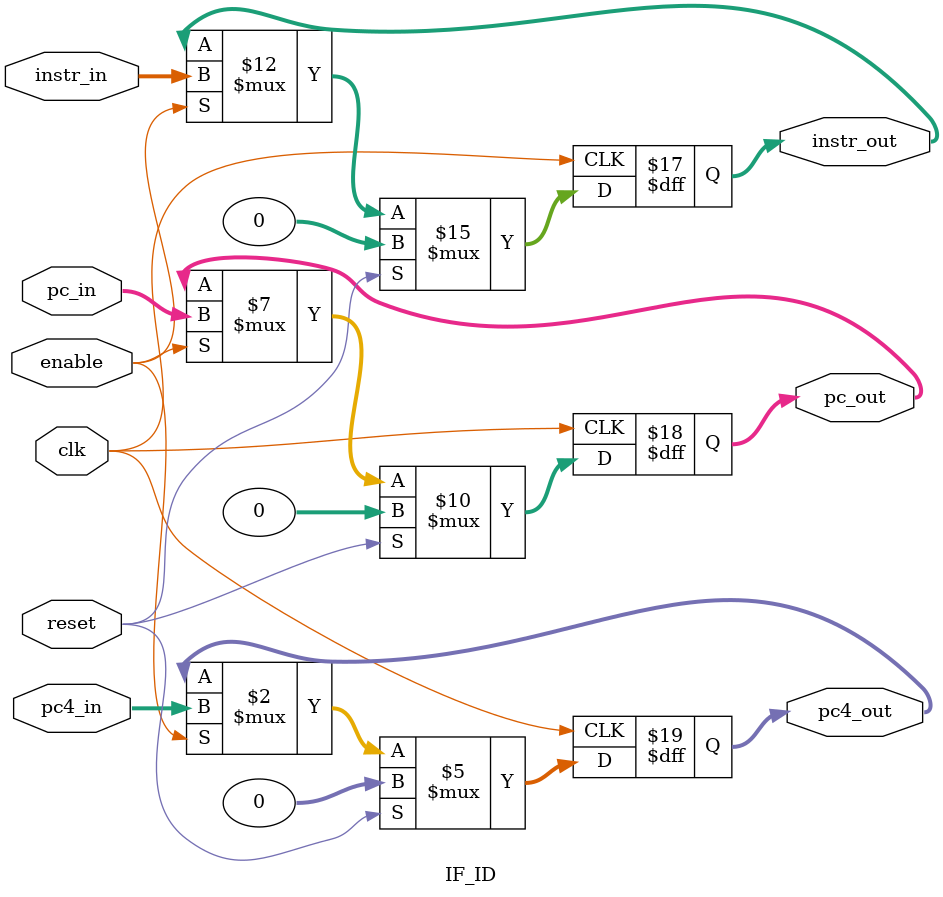
<source format=v>
module IF_ID( 
    input clk,reset,enable,
	input wire [31:0] instr_in,
    input wire [31:0] pc_in,
    input wire [31:0] pc4_in,
	output reg [31:0] instr_out,
    output reg [31:0] pc_out,
    output reg [31:0] pc4_out
   );

    always @(posedge clk) begin
		if (reset) begin
			instr_out <= 0;
			pc4_out <= 0;
			pc_out <= 0;
		end
		else if (enable) begin
			pc_out <= pc_in;
			pc4_out <= pc4_in;
			instr_out <= instr_in;
		end
    end

endmodule
</source>
